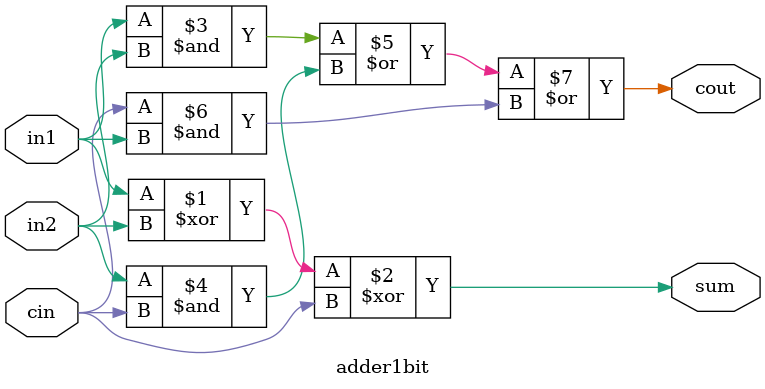
<source format=v>

module adder1bit (
	sum,
	cout,
	in1,
	in2,
	cin
);

output sum, cout;
input in1, in2, cin;

assign sum = in1 ^ in2 ^ cin;
assign cout = (in1 & in2) | (in2 & cin) | (cin & in1);

endmodule

</source>
